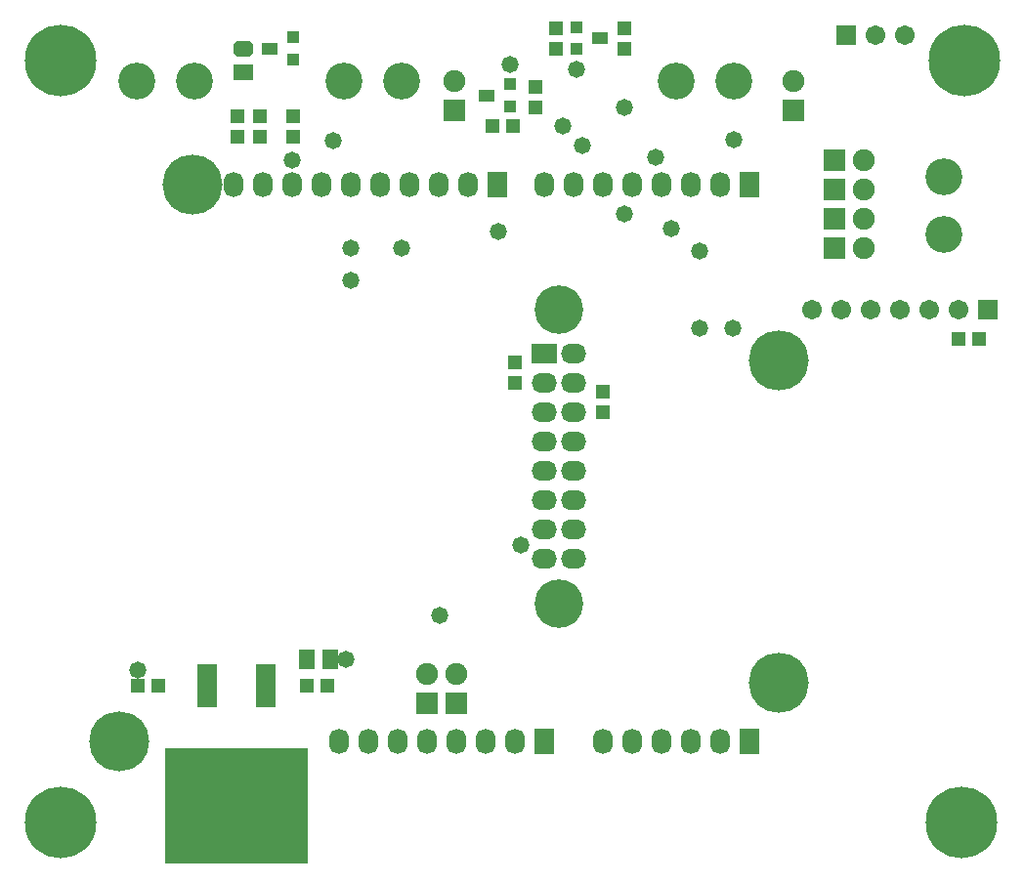
<source format=gts>
G04*
G04 #@! TF.GenerationSoftware,Altium Limited,Altium Designer,18.0.7 (293)*
G04*
G04 Layer_Color=8388736*
%FSLAX24Y24*%
%MOIN*%
G70*
G01*
G75*
%ADD24R,0.0480X0.0460*%
%ADD25R,0.0530X0.0680*%
%ADD26R,0.0460X0.0480*%
G04:AMPARAMS|DCode=27|XSize=53mil|YSize=68mil|CornerRadius=0mil|HoleSize=0mil|Usage=FLASHONLY|Rotation=90.000|XOffset=0mil|YOffset=0mil|HoleType=Round|Shape=Octagon|*
%AMOCTAGOND27*
4,1,8,-0.0340,-0.0133,-0.0340,0.0133,-0.0208,0.0265,0.0208,0.0265,0.0340,0.0133,0.0340,-0.0133,0.0208,-0.0265,-0.0208,-0.0265,-0.0340,-0.0133,0.0*
%
%ADD27OCTAGOND27*%

%ADD28R,0.0680X0.0530*%
%ADD29R,0.0440X0.0440*%
%ADD30R,0.0580X0.0440*%
%ADD31R,0.0710X0.1458*%
%ADD32R,0.4883X0.3919*%
%ADD33R,0.0749X0.0749*%
%ADD34C,0.0749*%
%ADD35C,0.0671*%
%ADD36R,0.0671X0.0671*%
%ADD37C,0.1261*%
%ADD38O,0.0867X0.0671*%
%ADD39R,0.0867X0.0671*%
%ADD40R,0.0749X0.0749*%
%ADD41C,0.1655*%
%ADD42R,0.0671X0.0867*%
%ADD43O,0.0671X0.0867*%
%ADD44C,0.2442*%
%ADD45C,0.2049*%
%ADD46C,0.2049*%
%ADD47O,0.2049X0.2049*%
%ADD48C,0.0580*%
D24*
X5100Y6400D02*
D03*
X4400D02*
D03*
X10150Y6388D02*
D03*
X10850D02*
D03*
X16500Y25500D02*
D03*
X17200D02*
D03*
X33100Y18250D02*
D03*
X32400D02*
D03*
D25*
X10150Y7300D02*
D03*
X10950D02*
D03*
D26*
X17250Y16750D02*
D03*
Y17450D02*
D03*
X20250Y15750D02*
D03*
Y16450D02*
D03*
X7800Y25850D02*
D03*
Y25150D02*
D03*
X9700D02*
D03*
Y25850D02*
D03*
X8550D02*
D03*
Y25150D02*
D03*
X21000Y28850D02*
D03*
Y28150D02*
D03*
X17950Y26850D02*
D03*
Y26150D02*
D03*
X18650Y28150D02*
D03*
Y28850D02*
D03*
D27*
X8000Y28150D02*
D03*
D28*
Y27350D02*
D03*
D29*
X9700Y27770D02*
D03*
Y28520D02*
D03*
X17100Y26170D02*
D03*
Y26920D02*
D03*
X19350Y28880D02*
D03*
Y28130D02*
D03*
D30*
X8900Y28150D02*
D03*
X16300Y26550D02*
D03*
X20150Y28500D02*
D03*
D31*
X6750Y6388D02*
D03*
X8750D02*
D03*
D32*
X7750Y2313D02*
D03*
D33*
X28150Y22350D02*
D03*
Y23350D02*
D03*
Y24350D02*
D03*
Y21350D02*
D03*
D34*
X29150Y22350D02*
D03*
Y23350D02*
D03*
Y24350D02*
D03*
Y21350D02*
D03*
X15200Y27050D02*
D03*
X26750D02*
D03*
X15250Y6800D02*
D03*
X14250D02*
D03*
D35*
X27400Y19250D02*
D03*
X28400D02*
D03*
X29400D02*
D03*
X30400D02*
D03*
X32400D02*
D03*
X31400D02*
D03*
X29550Y28600D02*
D03*
X30550D02*
D03*
D36*
X33400Y19250D02*
D03*
X28550Y28600D02*
D03*
D37*
X31900Y23784D02*
D03*
Y21816D02*
D03*
X6334Y27050D02*
D03*
X4366D02*
D03*
X13384D02*
D03*
X11416D02*
D03*
X24734D02*
D03*
X22766D02*
D03*
D38*
X19250Y10750D02*
D03*
X18250D02*
D03*
X19250Y11750D02*
D03*
X18250D02*
D03*
X19250Y12750D02*
D03*
X18250D02*
D03*
X19250Y13750D02*
D03*
X18250D02*
D03*
X19250Y14750D02*
D03*
X18250D02*
D03*
X19250Y15750D02*
D03*
X18250D02*
D03*
X19250Y16750D02*
D03*
X18250D02*
D03*
X19250Y17750D02*
D03*
D39*
X18250D02*
D03*
D40*
X15200Y26050D02*
D03*
X26750D02*
D03*
X15250Y5800D02*
D03*
X14250D02*
D03*
D41*
X18750Y19250D02*
D03*
Y9200D02*
D03*
D42*
X25250Y4500D02*
D03*
Y23500D02*
D03*
X18250Y4500D02*
D03*
X16650Y23500D02*
D03*
D43*
X24250Y4500D02*
D03*
X23250D02*
D03*
X22250D02*
D03*
X21250D02*
D03*
X20250D02*
D03*
X24250Y23500D02*
D03*
X23250D02*
D03*
X22250D02*
D03*
X21250D02*
D03*
X20250D02*
D03*
X19250D02*
D03*
X18250D02*
D03*
X17250Y4500D02*
D03*
X16250D02*
D03*
X15250D02*
D03*
X14250D02*
D03*
X13250D02*
D03*
X12250D02*
D03*
X11250D02*
D03*
X14650Y23500D02*
D03*
X7650D02*
D03*
X8650D02*
D03*
X9650D02*
D03*
X10650D02*
D03*
X11650D02*
D03*
X12650D02*
D03*
X13650D02*
D03*
X15650D02*
D03*
D44*
X1750Y27750D02*
D03*
X32594D02*
D03*
X32500Y1750D02*
D03*
X1750D02*
D03*
D45*
X6250Y23500D02*
D03*
D46*
X26250Y17500D02*
D03*
Y6500D02*
D03*
D47*
X3750Y4500D02*
D03*
D48*
X16700Y21900D02*
D03*
X11050Y25000D02*
D03*
X23550Y21250D02*
D03*
X24700Y18600D02*
D03*
X23550D02*
D03*
X22600Y22000D02*
D03*
X21000Y22500D02*
D03*
X17450Y11200D02*
D03*
X13400Y21350D02*
D03*
X11650Y20250D02*
D03*
X14700Y8800D02*
D03*
X9650Y24350D02*
D03*
X22050Y24450D02*
D03*
X19550Y24850D02*
D03*
X18900Y25500D02*
D03*
X21000Y26150D02*
D03*
X17100Y27600D02*
D03*
X24734Y25050D02*
D03*
X19350Y27450D02*
D03*
X11650Y21350D02*
D03*
X11500Y7300D02*
D03*
X7250Y1850D02*
D03*
X7200Y2750D02*
D03*
X8250Y1850D02*
D03*
Y2750D02*
D03*
X7750Y2313D02*
D03*
X4400Y6950D02*
D03*
M02*

</source>
